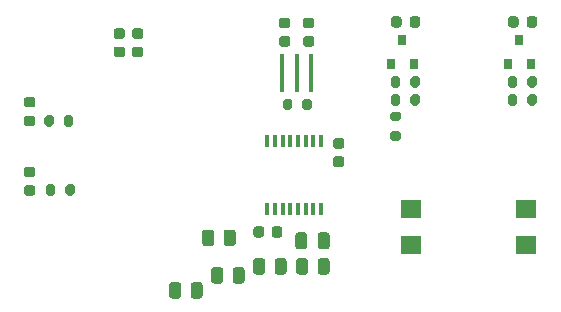
<source format=gbr>
%TF.GenerationSoftware,KiCad,Pcbnew,(5.1.10)-1*%
%TF.CreationDate,2022-01-18T17:52:15+07:00*%
%TF.ProjectId,Power_manager_v3,506f7765-725f-46d6-916e-616765725f76,rev?*%
%TF.SameCoordinates,Original*%
%TF.FileFunction,Paste,Bot*%
%TF.FilePolarity,Positive*%
%FSLAX46Y46*%
G04 Gerber Fmt 4.6, Leading zero omitted, Abs format (unit mm)*
G04 Created by KiCad (PCBNEW (5.1.10)-1) date 2022-01-18 17:52:15*
%MOMM*%
%LPD*%
G01*
G04 APERTURE LIST*
%ADD10R,0.400000X3.200000*%
%ADD11R,0.400000X1.000000*%
%ADD12R,0.800000X0.900000*%
%ADD13R,1.800000X1.500000*%
G04 APERTURE END LIST*
%TO.C,R27*%
G36*
G01*
X106837000Y-85248000D02*
X107387000Y-85248000D01*
G75*
G02*
X107587000Y-85448000I0J-200000D01*
G01*
X107587000Y-85848000D01*
G75*
G02*
X107387000Y-86048000I-200000J0D01*
G01*
X106837000Y-86048000D01*
G75*
G02*
X106637000Y-85848000I0J200000D01*
G01*
X106637000Y-85448000D01*
G75*
G02*
X106837000Y-85248000I200000J0D01*
G01*
G37*
G36*
G01*
X106837000Y-83598000D02*
X107387000Y-83598000D01*
G75*
G02*
X107587000Y-83798000I0J-200000D01*
G01*
X107587000Y-84198000D01*
G75*
G02*
X107387000Y-84398000I-200000J0D01*
G01*
X106837000Y-84398000D01*
G75*
G02*
X106637000Y-84198000I0J200000D01*
G01*
X106637000Y-83798000D01*
G75*
G02*
X106837000Y-83598000I200000J0D01*
G01*
G37*
%TD*%
%TO.C,L1*%
G36*
G01*
X92549500Y-94735001D02*
X92549500Y-93834999D01*
G75*
G02*
X92799499Y-93585000I249999J0D01*
G01*
X93324501Y-93585000D01*
G75*
G02*
X93574500Y-93834999I0J-249999D01*
G01*
X93574500Y-94735001D01*
G75*
G02*
X93324501Y-94985000I-249999J0D01*
G01*
X92799499Y-94985000D01*
G75*
G02*
X92549500Y-94735001I0J249999D01*
G01*
G37*
G36*
G01*
X90724500Y-94735001D02*
X90724500Y-93834999D01*
G75*
G02*
X90974499Y-93585000I249999J0D01*
G01*
X91499501Y-93585000D01*
G75*
G02*
X91749500Y-93834999I0J-249999D01*
G01*
X91749500Y-94735001D01*
G75*
G02*
X91499501Y-94985000I-249999J0D01*
G01*
X90974499Y-94985000D01*
G75*
G02*
X90724500Y-94735001I0J249999D01*
G01*
G37*
%TD*%
%TO.C,C16*%
G36*
G01*
X102036000Y-87384000D02*
X102536000Y-87384000D01*
G75*
G02*
X102761000Y-87609000I0J-225000D01*
G01*
X102761000Y-88059000D01*
G75*
G02*
X102536000Y-88284000I-225000J0D01*
G01*
X102036000Y-88284000D01*
G75*
G02*
X101811000Y-88059000I0J225000D01*
G01*
X101811000Y-87609000D01*
G75*
G02*
X102036000Y-87384000I225000J0D01*
G01*
G37*
G36*
G01*
X102036000Y-85834000D02*
X102536000Y-85834000D01*
G75*
G02*
X102761000Y-86059000I0J-225000D01*
G01*
X102761000Y-86509000D01*
G75*
G02*
X102536000Y-86734000I-225000J0D01*
G01*
X102036000Y-86734000D01*
G75*
G02*
X101811000Y-86509000I0J225000D01*
G01*
X101811000Y-86059000D01*
G75*
G02*
X102036000Y-85834000I225000J0D01*
G01*
G37*
%TD*%
%TO.C,C14*%
G36*
G01*
X95979000Y-93527000D02*
X95979000Y-94027000D01*
G75*
G02*
X95754000Y-94252000I-225000J0D01*
G01*
X95304000Y-94252000D01*
G75*
G02*
X95079000Y-94027000I0J225000D01*
G01*
X95079000Y-93527000D01*
G75*
G02*
X95304000Y-93302000I225000J0D01*
G01*
X95754000Y-93302000D01*
G75*
G02*
X95979000Y-93527000I0J-225000D01*
G01*
G37*
G36*
G01*
X97529000Y-93527000D02*
X97529000Y-94027000D01*
G75*
G02*
X97304000Y-94252000I-225000J0D01*
G01*
X96854000Y-94252000D01*
G75*
G02*
X96629000Y-94027000I0J225000D01*
G01*
X96629000Y-93527000D01*
G75*
G02*
X96854000Y-93302000I225000J0D01*
G01*
X97304000Y-93302000D01*
G75*
G02*
X97529000Y-93527000I0J-225000D01*
G01*
G37*
%TD*%
D10*
%TO.C,Y2*%
X99930000Y-80315000D03*
X98730000Y-80315000D03*
X97530000Y-80315000D03*
%TD*%
D11*
%TO.C,U6*%
X100807000Y-86072000D03*
X100157000Y-86072000D03*
X99507000Y-86072000D03*
X98857000Y-86072000D03*
X98207000Y-86072000D03*
X97557000Y-86072000D03*
X96907000Y-86072000D03*
X96257000Y-86072000D03*
X96257000Y-91872000D03*
X96907000Y-91872000D03*
X97557000Y-91872000D03*
X98207000Y-91872000D03*
X98857000Y-91872000D03*
X99507000Y-91872000D03*
X100157000Y-91872000D03*
X100807000Y-91872000D03*
%TD*%
%TO.C,R26*%
G36*
G01*
X98368000Y-82707000D02*
X98368000Y-83257000D01*
G75*
G02*
X98168000Y-83457000I-200000J0D01*
G01*
X97768000Y-83457000D01*
G75*
G02*
X97568000Y-83257000I0J200000D01*
G01*
X97568000Y-82707000D01*
G75*
G02*
X97768000Y-82507000I200000J0D01*
G01*
X98168000Y-82507000D01*
G75*
G02*
X98368000Y-82707000I0J-200000D01*
G01*
G37*
G36*
G01*
X100018000Y-82707000D02*
X100018000Y-83257000D01*
G75*
G02*
X99818000Y-83457000I-200000J0D01*
G01*
X99418000Y-83457000D01*
G75*
G02*
X99218000Y-83257000I0J200000D01*
G01*
X99218000Y-82707000D01*
G75*
G02*
X99418000Y-82507000I200000J0D01*
G01*
X99818000Y-82507000D01*
G75*
G02*
X100018000Y-82707000I0J-200000D01*
G01*
G37*
%TD*%
%TO.C,R22*%
G36*
G01*
X100503500Y-97148001D02*
X100503500Y-96247999D01*
G75*
G02*
X100753499Y-95998000I249999J0D01*
G01*
X101278501Y-95998000D01*
G75*
G02*
X101528500Y-96247999I0J-249999D01*
G01*
X101528500Y-97148001D01*
G75*
G02*
X101278501Y-97398000I-249999J0D01*
G01*
X100753499Y-97398000D01*
G75*
G02*
X100503500Y-97148001I0J249999D01*
G01*
G37*
G36*
G01*
X98678500Y-97148001D02*
X98678500Y-96247999D01*
G75*
G02*
X98928499Y-95998000I249999J0D01*
G01*
X99453501Y-95998000D01*
G75*
G02*
X99703500Y-96247999I0J-249999D01*
G01*
X99703500Y-97148001D01*
G75*
G02*
X99453501Y-97398000I-249999J0D01*
G01*
X98928499Y-97398000D01*
G75*
G02*
X98678500Y-97148001I0J249999D01*
G01*
G37*
%TD*%
%TO.C,R17*%
G36*
G01*
X96067500Y-96247999D02*
X96067500Y-97148001D01*
G75*
G02*
X95817501Y-97398000I-249999J0D01*
G01*
X95292499Y-97398000D01*
G75*
G02*
X95042500Y-97148001I0J249999D01*
G01*
X95042500Y-96247999D01*
G75*
G02*
X95292499Y-95998000I249999J0D01*
G01*
X95817501Y-95998000D01*
G75*
G02*
X96067500Y-96247999I0J-249999D01*
G01*
G37*
G36*
G01*
X97892500Y-96247999D02*
X97892500Y-97148001D01*
G75*
G02*
X97642501Y-97398000I-249999J0D01*
G01*
X97117499Y-97398000D01*
G75*
G02*
X96867500Y-97148001I0J249999D01*
G01*
X96867500Y-96247999D01*
G75*
G02*
X97117499Y-95998000I249999J0D01*
G01*
X97642501Y-95998000D01*
G75*
G02*
X97892500Y-96247999I0J-249999D01*
G01*
G37*
%TD*%
%TO.C,R12*%
G36*
G01*
X88955500Y-98279999D02*
X88955500Y-99180001D01*
G75*
G02*
X88705501Y-99430000I-249999J0D01*
G01*
X88180499Y-99430000D01*
G75*
G02*
X87930500Y-99180001I0J249999D01*
G01*
X87930500Y-98279999D01*
G75*
G02*
X88180499Y-98030000I249999J0D01*
G01*
X88705501Y-98030000D01*
G75*
G02*
X88955500Y-98279999I0J-249999D01*
G01*
G37*
G36*
G01*
X90780500Y-98279999D02*
X90780500Y-99180001D01*
G75*
G02*
X90530501Y-99430000I-249999J0D01*
G01*
X90005499Y-99430000D01*
G75*
G02*
X89755500Y-99180001I0J249999D01*
G01*
X89755500Y-98279999D01*
G75*
G02*
X90005499Y-98030000I249999J0D01*
G01*
X90530501Y-98030000D01*
G75*
G02*
X90780500Y-98279999I0J-249999D01*
G01*
G37*
%TD*%
%TO.C,R11*%
G36*
G01*
X92511500Y-97009999D02*
X92511500Y-97910001D01*
G75*
G02*
X92261501Y-98160000I-249999J0D01*
G01*
X91736499Y-98160000D01*
G75*
G02*
X91486500Y-97910001I0J249999D01*
G01*
X91486500Y-97009999D01*
G75*
G02*
X91736499Y-96760000I249999J0D01*
G01*
X92261501Y-96760000D01*
G75*
G02*
X92511500Y-97009999I0J-249999D01*
G01*
G37*
G36*
G01*
X94336500Y-97009999D02*
X94336500Y-97910001D01*
G75*
G02*
X94086501Y-98160000I-249999J0D01*
G01*
X93561499Y-98160000D01*
G75*
G02*
X93311500Y-97910001I0J249999D01*
G01*
X93311500Y-97009999D01*
G75*
G02*
X93561499Y-96760000I249999J0D01*
G01*
X94086501Y-96760000D01*
G75*
G02*
X94336500Y-97009999I0J-249999D01*
G01*
G37*
%TD*%
%TO.C,R7*%
G36*
G01*
X107513000Y-80802000D02*
X107513000Y-81352000D01*
G75*
G02*
X107313000Y-81552000I-200000J0D01*
G01*
X106913000Y-81552000D01*
G75*
G02*
X106713000Y-81352000I0J200000D01*
G01*
X106713000Y-80802000D01*
G75*
G02*
X106913000Y-80602000I200000J0D01*
G01*
X107313000Y-80602000D01*
G75*
G02*
X107513000Y-80802000I0J-200000D01*
G01*
G37*
G36*
G01*
X109163000Y-80802000D02*
X109163000Y-81352000D01*
G75*
G02*
X108963000Y-81552000I-200000J0D01*
G01*
X108563000Y-81552000D01*
G75*
G02*
X108363000Y-81352000I0J200000D01*
G01*
X108363000Y-80802000D01*
G75*
G02*
X108563000Y-80602000I200000J0D01*
G01*
X108963000Y-80602000D01*
G75*
G02*
X109163000Y-80802000I0J-200000D01*
G01*
G37*
%TD*%
%TO.C,R3*%
G36*
G01*
X107513000Y-82326000D02*
X107513000Y-82876000D01*
G75*
G02*
X107313000Y-83076000I-200000J0D01*
G01*
X106913000Y-83076000D01*
G75*
G02*
X106713000Y-82876000I0J200000D01*
G01*
X106713000Y-82326000D01*
G75*
G02*
X106913000Y-82126000I200000J0D01*
G01*
X107313000Y-82126000D01*
G75*
G02*
X107513000Y-82326000I0J-200000D01*
G01*
G37*
G36*
G01*
X109163000Y-82326000D02*
X109163000Y-82876000D01*
G75*
G02*
X108963000Y-83076000I-200000J0D01*
G01*
X108563000Y-83076000D01*
G75*
G02*
X108363000Y-82876000I0J200000D01*
G01*
X108363000Y-82326000D01*
G75*
G02*
X108563000Y-82126000I200000J0D01*
G01*
X108963000Y-82126000D01*
G75*
G02*
X109163000Y-82326000I0J-200000D01*
G01*
G37*
%TD*%
D12*
%TO.C,Q1*%
X107686000Y-77521000D03*
X106736000Y-79521000D03*
X108636000Y-79521000D03*
%TD*%
%TO.C,C19*%
G36*
G01*
X97464000Y-77198000D02*
X97964000Y-77198000D01*
G75*
G02*
X98189000Y-77423000I0J-225000D01*
G01*
X98189000Y-77873000D01*
G75*
G02*
X97964000Y-78098000I-225000J0D01*
G01*
X97464000Y-78098000D01*
G75*
G02*
X97239000Y-77873000I0J225000D01*
G01*
X97239000Y-77423000D01*
G75*
G02*
X97464000Y-77198000I225000J0D01*
G01*
G37*
G36*
G01*
X97464000Y-75648000D02*
X97964000Y-75648000D01*
G75*
G02*
X98189000Y-75873000I0J-225000D01*
G01*
X98189000Y-76323000D01*
G75*
G02*
X97964000Y-76548000I-225000J0D01*
G01*
X97464000Y-76548000D01*
G75*
G02*
X97239000Y-76323000I0J225000D01*
G01*
X97239000Y-75873000D01*
G75*
G02*
X97464000Y-75648000I225000J0D01*
G01*
G37*
%TD*%
%TO.C,C18*%
G36*
G01*
X99496000Y-77198000D02*
X99996000Y-77198000D01*
G75*
G02*
X100221000Y-77423000I0J-225000D01*
G01*
X100221000Y-77873000D01*
G75*
G02*
X99996000Y-78098000I-225000J0D01*
G01*
X99496000Y-78098000D01*
G75*
G02*
X99271000Y-77873000I0J225000D01*
G01*
X99271000Y-77423000D01*
G75*
G02*
X99496000Y-77198000I225000J0D01*
G01*
G37*
G36*
G01*
X99496000Y-75648000D02*
X99996000Y-75648000D01*
G75*
G02*
X100221000Y-75873000I0J-225000D01*
G01*
X100221000Y-76323000D01*
G75*
G02*
X99996000Y-76548000I-225000J0D01*
G01*
X99496000Y-76548000D01*
G75*
G02*
X99271000Y-76323000I0J225000D01*
G01*
X99271000Y-75873000D01*
G75*
G02*
X99496000Y-75648000I225000J0D01*
G01*
G37*
%TD*%
%TO.C,C13*%
G36*
G01*
X99616000Y-94064000D02*
X99616000Y-95014000D01*
G75*
G02*
X99366000Y-95264000I-250000J0D01*
G01*
X98866000Y-95264000D01*
G75*
G02*
X98616000Y-95014000I0J250000D01*
G01*
X98616000Y-94064000D01*
G75*
G02*
X98866000Y-93814000I250000J0D01*
G01*
X99366000Y-93814000D01*
G75*
G02*
X99616000Y-94064000I0J-250000D01*
G01*
G37*
G36*
G01*
X101516000Y-94064000D02*
X101516000Y-95014000D01*
G75*
G02*
X101266000Y-95264000I-250000J0D01*
G01*
X100766000Y-95264000D01*
G75*
G02*
X100516000Y-95014000I0J250000D01*
G01*
X100516000Y-94064000D01*
G75*
G02*
X100766000Y-93814000I250000J0D01*
G01*
X101266000Y-93814000D01*
G75*
G02*
X101516000Y-94064000I0J-250000D01*
G01*
G37*
%TD*%
%TO.C,C8*%
G36*
G01*
X83968000Y-77437000D02*
X83468000Y-77437000D01*
G75*
G02*
X83243000Y-77212000I0J225000D01*
G01*
X83243000Y-76762000D01*
G75*
G02*
X83468000Y-76537000I225000J0D01*
G01*
X83968000Y-76537000D01*
G75*
G02*
X84193000Y-76762000I0J-225000D01*
G01*
X84193000Y-77212000D01*
G75*
G02*
X83968000Y-77437000I-225000J0D01*
G01*
G37*
G36*
G01*
X83968000Y-78987000D02*
X83468000Y-78987000D01*
G75*
G02*
X83243000Y-78762000I0J225000D01*
G01*
X83243000Y-78312000D01*
G75*
G02*
X83468000Y-78087000I225000J0D01*
G01*
X83968000Y-78087000D01*
G75*
G02*
X84193000Y-78312000I0J-225000D01*
G01*
X84193000Y-78762000D01*
G75*
G02*
X83968000Y-78987000I-225000J0D01*
G01*
G37*
%TD*%
%TO.C,C6*%
G36*
G01*
X85518000Y-77437000D02*
X85018000Y-77437000D01*
G75*
G02*
X84793000Y-77212000I0J225000D01*
G01*
X84793000Y-76762000D01*
G75*
G02*
X85018000Y-76537000I225000J0D01*
G01*
X85518000Y-76537000D01*
G75*
G02*
X85743000Y-76762000I0J-225000D01*
G01*
X85743000Y-77212000D01*
G75*
G02*
X85518000Y-77437000I-225000J0D01*
G01*
G37*
G36*
G01*
X85518000Y-78987000D02*
X85018000Y-78987000D01*
G75*
G02*
X84793000Y-78762000I0J225000D01*
G01*
X84793000Y-78312000D01*
G75*
G02*
X85018000Y-78087000I225000J0D01*
G01*
X85518000Y-78087000D01*
G75*
G02*
X85743000Y-78312000I0J-225000D01*
G01*
X85743000Y-78762000D01*
G75*
G02*
X85518000Y-78987000I-225000J0D01*
G01*
G37*
%TD*%
%TO.C,R4*%
G36*
G01*
X117419000Y-82326000D02*
X117419000Y-82876000D01*
G75*
G02*
X117219000Y-83076000I-200000J0D01*
G01*
X116819000Y-83076000D01*
G75*
G02*
X116619000Y-82876000I0J200000D01*
G01*
X116619000Y-82326000D01*
G75*
G02*
X116819000Y-82126000I200000J0D01*
G01*
X117219000Y-82126000D01*
G75*
G02*
X117419000Y-82326000I0J-200000D01*
G01*
G37*
G36*
G01*
X119069000Y-82326000D02*
X119069000Y-82876000D01*
G75*
G02*
X118869000Y-83076000I-200000J0D01*
G01*
X118469000Y-83076000D01*
G75*
G02*
X118269000Y-82876000I0J200000D01*
G01*
X118269000Y-82326000D01*
G75*
G02*
X118469000Y-82126000I200000J0D01*
G01*
X118869000Y-82126000D01*
G75*
G02*
X119069000Y-82326000I0J-200000D01*
G01*
G37*
%TD*%
%TO.C,R10*%
G36*
G01*
X117419000Y-80802000D02*
X117419000Y-81352000D01*
G75*
G02*
X117219000Y-81552000I-200000J0D01*
G01*
X116819000Y-81552000D01*
G75*
G02*
X116619000Y-81352000I0J200000D01*
G01*
X116619000Y-80802000D01*
G75*
G02*
X116819000Y-80602000I200000J0D01*
G01*
X117219000Y-80602000D01*
G75*
G02*
X117419000Y-80802000I0J-200000D01*
G01*
G37*
G36*
G01*
X119069000Y-80802000D02*
X119069000Y-81352000D01*
G75*
G02*
X118869000Y-81552000I-200000J0D01*
G01*
X118469000Y-81552000D01*
G75*
G02*
X118269000Y-81352000I0J200000D01*
G01*
X118269000Y-80802000D01*
G75*
G02*
X118469000Y-80602000I200000J0D01*
G01*
X118869000Y-80602000D01*
G75*
G02*
X119069000Y-80802000I0J-200000D01*
G01*
G37*
%TD*%
%TO.C,Q2*%
X117592000Y-77553000D03*
X116642000Y-79553000D03*
X118542000Y-79553000D03*
%TD*%
%TO.C,R14*%
G36*
G01*
X79153000Y-90496000D02*
X79153000Y-89946000D01*
G75*
G02*
X79353000Y-89746000I200000J0D01*
G01*
X79753000Y-89746000D01*
G75*
G02*
X79953000Y-89946000I0J-200000D01*
G01*
X79953000Y-90496000D01*
G75*
G02*
X79753000Y-90696000I-200000J0D01*
G01*
X79353000Y-90696000D01*
G75*
G02*
X79153000Y-90496000I0J200000D01*
G01*
G37*
G36*
G01*
X77503000Y-90496000D02*
X77503000Y-89946000D01*
G75*
G02*
X77703000Y-89746000I200000J0D01*
G01*
X78103000Y-89746000D01*
G75*
G02*
X78303000Y-89946000I0J-200000D01*
G01*
X78303000Y-90496000D01*
G75*
G02*
X78103000Y-90696000I-200000J0D01*
G01*
X77703000Y-90696000D01*
G75*
G02*
X77503000Y-90496000I0J200000D01*
G01*
G37*
%TD*%
%TO.C,D6*%
G36*
G01*
X75867750Y-89834500D02*
X76380250Y-89834500D01*
G75*
G02*
X76599000Y-90053250I0J-218750D01*
G01*
X76599000Y-90490750D01*
G75*
G02*
X76380250Y-90709500I-218750J0D01*
G01*
X75867750Y-90709500D01*
G75*
G02*
X75649000Y-90490750I0J218750D01*
G01*
X75649000Y-90053250D01*
G75*
G02*
X75867750Y-89834500I218750J0D01*
G01*
G37*
G36*
G01*
X75867750Y-88259500D02*
X76380250Y-88259500D01*
G75*
G02*
X76599000Y-88478250I0J-218750D01*
G01*
X76599000Y-88915750D01*
G75*
G02*
X76380250Y-89134500I-218750J0D01*
G01*
X75867750Y-89134500D01*
G75*
G02*
X75649000Y-88915750I0J218750D01*
G01*
X75649000Y-88478250D01*
G75*
G02*
X75867750Y-88259500I218750J0D01*
G01*
G37*
%TD*%
D13*
%TO.C,R16*%
X118161000Y-91872000D03*
X118161000Y-94872000D03*
%TD*%
%TO.C,R15*%
X108382000Y-91872000D03*
X108382000Y-94872000D03*
%TD*%
%TO.C,D2*%
G36*
G01*
X118219000Y-76253250D02*
X118219000Y-75740750D01*
G75*
G02*
X118437750Y-75522000I218750J0D01*
G01*
X118875250Y-75522000D01*
G75*
G02*
X119094000Y-75740750I0J-218750D01*
G01*
X119094000Y-76253250D01*
G75*
G02*
X118875250Y-76472000I-218750J0D01*
G01*
X118437750Y-76472000D01*
G75*
G02*
X118219000Y-76253250I0J218750D01*
G01*
G37*
G36*
G01*
X116644000Y-76253250D02*
X116644000Y-75740750D01*
G75*
G02*
X116862750Y-75522000I218750J0D01*
G01*
X117300250Y-75522000D01*
G75*
G02*
X117519000Y-75740750I0J-218750D01*
G01*
X117519000Y-76253250D01*
G75*
G02*
X117300250Y-76472000I-218750J0D01*
G01*
X116862750Y-76472000D01*
G75*
G02*
X116644000Y-76253250I0J218750D01*
G01*
G37*
%TD*%
%TO.C,D1*%
G36*
G01*
X108313000Y-76253250D02*
X108313000Y-75740750D01*
G75*
G02*
X108531750Y-75522000I218750J0D01*
G01*
X108969250Y-75522000D01*
G75*
G02*
X109188000Y-75740750I0J-218750D01*
G01*
X109188000Y-76253250D01*
G75*
G02*
X108969250Y-76472000I-218750J0D01*
G01*
X108531750Y-76472000D01*
G75*
G02*
X108313000Y-76253250I0J218750D01*
G01*
G37*
G36*
G01*
X106738000Y-76253250D02*
X106738000Y-75740750D01*
G75*
G02*
X106956750Y-75522000I218750J0D01*
G01*
X107394250Y-75522000D01*
G75*
G02*
X107613000Y-75740750I0J-218750D01*
G01*
X107613000Y-76253250D01*
G75*
G02*
X107394250Y-76472000I-218750J0D01*
G01*
X106956750Y-76472000D01*
G75*
G02*
X106738000Y-76253250I0J218750D01*
G01*
G37*
%TD*%
%TO.C,R13*%
G36*
G01*
X79025000Y-84654000D02*
X79025000Y-84104000D01*
G75*
G02*
X79225000Y-83904000I200000J0D01*
G01*
X79625000Y-83904000D01*
G75*
G02*
X79825000Y-84104000I0J-200000D01*
G01*
X79825000Y-84654000D01*
G75*
G02*
X79625000Y-84854000I-200000J0D01*
G01*
X79225000Y-84854000D01*
G75*
G02*
X79025000Y-84654000I0J200000D01*
G01*
G37*
G36*
G01*
X77375000Y-84654000D02*
X77375000Y-84104000D01*
G75*
G02*
X77575000Y-83904000I200000J0D01*
G01*
X77975000Y-83904000D01*
G75*
G02*
X78175000Y-84104000I0J-200000D01*
G01*
X78175000Y-84654000D01*
G75*
G02*
X77975000Y-84854000I-200000J0D01*
G01*
X77575000Y-84854000D01*
G75*
G02*
X77375000Y-84654000I0J200000D01*
G01*
G37*
%TD*%
%TO.C,D5*%
G36*
G01*
X75867750Y-83941500D02*
X76380250Y-83941500D01*
G75*
G02*
X76599000Y-84160250I0J-218750D01*
G01*
X76599000Y-84597750D01*
G75*
G02*
X76380250Y-84816500I-218750J0D01*
G01*
X75867750Y-84816500D01*
G75*
G02*
X75649000Y-84597750I0J218750D01*
G01*
X75649000Y-84160250D01*
G75*
G02*
X75867750Y-83941500I218750J0D01*
G01*
G37*
G36*
G01*
X75867750Y-82366500D02*
X76380250Y-82366500D01*
G75*
G02*
X76599000Y-82585250I0J-218750D01*
G01*
X76599000Y-83022750D01*
G75*
G02*
X76380250Y-83241500I-218750J0D01*
G01*
X75867750Y-83241500D01*
G75*
G02*
X75649000Y-83022750I0J218750D01*
G01*
X75649000Y-82585250D01*
G75*
G02*
X75867750Y-82366500I218750J0D01*
G01*
G37*
%TD*%
M02*

</source>
